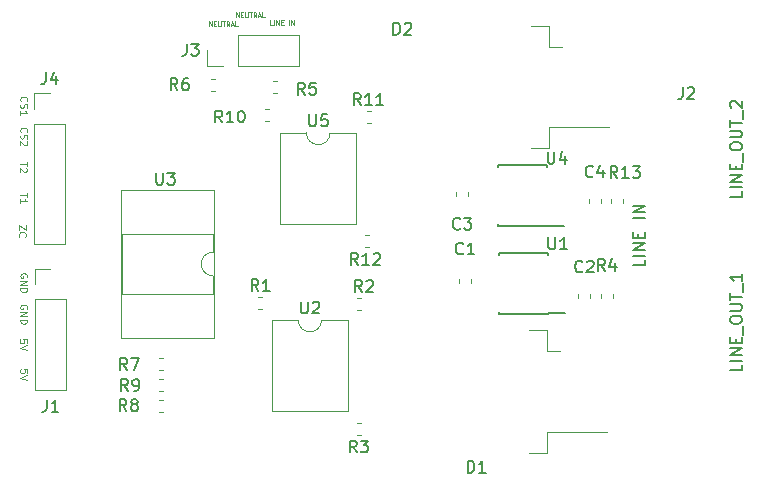
<source format=gbr>
G04 #@! TF.GenerationSoftware,KiCad,Pcbnew,5.0.0+dfsg1-2*
G04 #@! TF.CreationDate,2018-11-18T20:59:02-06:00*
G04 #@! TF.ProjectId,dimmer-2ch,64696D6D65722D3263682E6B69636164,rev?*
G04 #@! TF.SameCoordinates,Original*
G04 #@! TF.FileFunction,Legend,Top*
G04 #@! TF.FilePolarity,Positive*
%FSLAX46Y46*%
G04 Gerber Fmt 4.6, Leading zero omitted, Abs format (unit mm)*
G04 Created by KiCad (PCBNEW 5.0.0+dfsg1-2) date Sun Nov 18 20:59:02 2018*
%MOMM*%
%LPD*%
G01*
G04 APERTURE LIST*
%ADD10C,0.100000*%
%ADD11C,0.200000*%
%ADD12C,0.150000*%
%ADD13C,0.120000*%
G04 APERTURE END LIST*
D10*
X119518071Y-114249214D02*
X119518071Y-113963500D01*
X119232357Y-113934928D01*
X119260928Y-113963500D01*
X119289500Y-114020642D01*
X119289500Y-114163500D01*
X119260928Y-114220642D01*
X119232357Y-114249214D01*
X119175214Y-114277785D01*
X119032357Y-114277785D01*
X118975214Y-114249214D01*
X118946642Y-114220642D01*
X118918071Y-114163500D01*
X118918071Y-114020642D01*
X118946642Y-113963500D01*
X118975214Y-113934928D01*
X119518071Y-114449214D02*
X118918071Y-114649214D01*
X119518071Y-114849214D01*
X119454571Y-111709214D02*
X119454571Y-111423500D01*
X119168857Y-111394928D01*
X119197428Y-111423500D01*
X119226000Y-111480642D01*
X119226000Y-111623500D01*
X119197428Y-111680642D01*
X119168857Y-111709214D01*
X119111714Y-111737785D01*
X118968857Y-111737785D01*
X118911714Y-111709214D01*
X118883142Y-111680642D01*
X118854571Y-111623500D01*
X118854571Y-111480642D01*
X118883142Y-111423500D01*
X118911714Y-111394928D01*
X119454571Y-111909214D02*
X118854571Y-112109214D01*
X119454571Y-112309214D01*
X119489500Y-108826357D02*
X119518071Y-108769214D01*
X119518071Y-108683500D01*
X119489500Y-108597785D01*
X119432357Y-108540642D01*
X119375214Y-108512071D01*
X119260928Y-108483500D01*
X119175214Y-108483500D01*
X119060928Y-108512071D01*
X119003785Y-108540642D01*
X118946642Y-108597785D01*
X118918071Y-108683500D01*
X118918071Y-108740642D01*
X118946642Y-108826357D01*
X118975214Y-108854928D01*
X119175214Y-108854928D01*
X119175214Y-108740642D01*
X118918071Y-109112071D02*
X119518071Y-109112071D01*
X118918071Y-109454928D01*
X119518071Y-109454928D01*
X118918071Y-109740642D02*
X119518071Y-109740642D01*
X119518071Y-109883500D01*
X119489500Y-109969214D01*
X119432357Y-110026357D01*
X119375214Y-110054928D01*
X119260928Y-110083500D01*
X119175214Y-110083500D01*
X119060928Y-110054928D01*
X119003785Y-110026357D01*
X118946642Y-109969214D01*
X118918071Y-109883500D01*
X118918071Y-109740642D01*
X119489500Y-106159357D02*
X119518071Y-106102214D01*
X119518071Y-106016500D01*
X119489500Y-105930785D01*
X119432357Y-105873642D01*
X119375214Y-105845071D01*
X119260928Y-105816500D01*
X119175214Y-105816500D01*
X119060928Y-105845071D01*
X119003785Y-105873642D01*
X118946642Y-105930785D01*
X118918071Y-106016500D01*
X118918071Y-106073642D01*
X118946642Y-106159357D01*
X118975214Y-106187928D01*
X119175214Y-106187928D01*
X119175214Y-106073642D01*
X118918071Y-106445071D02*
X119518071Y-106445071D01*
X118918071Y-106787928D01*
X119518071Y-106787928D01*
X118918071Y-107073642D02*
X119518071Y-107073642D01*
X119518071Y-107216500D01*
X119489500Y-107302214D01*
X119432357Y-107359357D01*
X119375214Y-107387928D01*
X119260928Y-107416500D01*
X119175214Y-107416500D01*
X119060928Y-107387928D01*
X119003785Y-107359357D01*
X118946642Y-107302214D01*
X118918071Y-107216500D01*
X118918071Y-107073642D01*
X119391071Y-101735000D02*
X119391071Y-102135000D01*
X118791071Y-101735000D01*
X118791071Y-102135000D01*
X118848214Y-102706428D02*
X118819642Y-102677857D01*
X118791071Y-102592142D01*
X118791071Y-102535000D01*
X118819642Y-102449285D01*
X118876785Y-102392142D01*
X118933928Y-102363571D01*
X119048214Y-102335000D01*
X119133928Y-102335000D01*
X119248214Y-102363571D01*
X119305357Y-102392142D01*
X119362500Y-102449285D01*
X119391071Y-102535000D01*
X119391071Y-102592142D01*
X119362500Y-102677857D01*
X119333928Y-102706428D01*
X118975214Y-93848285D02*
X118946642Y-93819714D01*
X118918071Y-93734000D01*
X118918071Y-93676857D01*
X118946642Y-93591142D01*
X119003785Y-93534000D01*
X119060928Y-93505428D01*
X119175214Y-93476857D01*
X119260928Y-93476857D01*
X119375214Y-93505428D01*
X119432357Y-93534000D01*
X119489500Y-93591142D01*
X119518071Y-93676857D01*
X119518071Y-93734000D01*
X119489500Y-93819714D01*
X119460928Y-93848285D01*
X118946642Y-94076857D02*
X118918071Y-94162571D01*
X118918071Y-94305428D01*
X118946642Y-94362571D01*
X118975214Y-94391142D01*
X119032357Y-94419714D01*
X119089500Y-94419714D01*
X119146642Y-94391142D01*
X119175214Y-94362571D01*
X119203785Y-94305428D01*
X119232357Y-94191142D01*
X119260928Y-94134000D01*
X119289500Y-94105428D01*
X119346642Y-94076857D01*
X119403785Y-94076857D01*
X119460928Y-94105428D01*
X119489500Y-94134000D01*
X119518071Y-94191142D01*
X119518071Y-94334000D01*
X119489500Y-94419714D01*
X119460928Y-94648285D02*
X119489500Y-94676857D01*
X119518071Y-94734000D01*
X119518071Y-94876857D01*
X119489500Y-94934000D01*
X119460928Y-94962571D01*
X119403785Y-94991142D01*
X119346642Y-94991142D01*
X119260928Y-94962571D01*
X118918071Y-94619714D01*
X118918071Y-94991142D01*
X119454571Y-99047357D02*
X119454571Y-99390214D01*
X118854571Y-99218785D02*
X119454571Y-99218785D01*
X118854571Y-99904500D02*
X118854571Y-99561642D01*
X118854571Y-99733071D02*
X119454571Y-99733071D01*
X119368857Y-99675928D01*
X119311714Y-99618785D01*
X119283142Y-99561642D01*
X119454571Y-96380357D02*
X119454571Y-96723214D01*
X118854571Y-96551785D02*
X119454571Y-96551785D01*
X119397428Y-96894642D02*
X119426000Y-96923214D01*
X119454571Y-96980357D01*
X119454571Y-97123214D01*
X119426000Y-97180357D01*
X119397428Y-97208928D01*
X119340285Y-97237500D01*
X119283142Y-97237500D01*
X119197428Y-97208928D01*
X118854571Y-96866071D01*
X118854571Y-97237500D01*
X118975214Y-91244785D02*
X118946642Y-91216214D01*
X118918071Y-91130500D01*
X118918071Y-91073357D01*
X118946642Y-90987642D01*
X119003785Y-90930500D01*
X119060928Y-90901928D01*
X119175214Y-90873357D01*
X119260928Y-90873357D01*
X119375214Y-90901928D01*
X119432357Y-90930500D01*
X119489500Y-90987642D01*
X119518071Y-91073357D01*
X119518071Y-91130500D01*
X119489500Y-91216214D01*
X119460928Y-91244785D01*
X118946642Y-91473357D02*
X118918071Y-91559071D01*
X118918071Y-91701928D01*
X118946642Y-91759071D01*
X118975214Y-91787642D01*
X119032357Y-91816214D01*
X119089500Y-91816214D01*
X119146642Y-91787642D01*
X119175214Y-91759071D01*
X119203785Y-91701928D01*
X119232357Y-91587642D01*
X119260928Y-91530500D01*
X119289500Y-91501928D01*
X119346642Y-91473357D01*
X119403785Y-91473357D01*
X119460928Y-91501928D01*
X119489500Y-91530500D01*
X119518071Y-91587642D01*
X119518071Y-91730500D01*
X119489500Y-91816214D01*
X118918071Y-92387642D02*
X118918071Y-92044785D01*
X118918071Y-92216214D02*
X119518071Y-92216214D01*
X119432357Y-92159071D01*
X119375214Y-92101928D01*
X119346642Y-92044785D01*
D11*
X180030380Y-98884928D02*
X180030380Y-99361119D01*
X179030380Y-99361119D01*
X180030380Y-98551595D02*
X179030380Y-98551595D01*
X180030380Y-98075404D02*
X179030380Y-98075404D01*
X180030380Y-97503976D01*
X179030380Y-97503976D01*
X179506571Y-97027785D02*
X179506571Y-96694452D01*
X180030380Y-96551595D02*
X180030380Y-97027785D01*
X179030380Y-97027785D01*
X179030380Y-96551595D01*
X180125619Y-96361119D02*
X180125619Y-95599214D01*
X179030380Y-95170642D02*
X179030380Y-94980166D01*
X179078000Y-94884928D01*
X179173238Y-94789690D01*
X179363714Y-94742071D01*
X179697047Y-94742071D01*
X179887523Y-94789690D01*
X179982761Y-94884928D01*
X180030380Y-94980166D01*
X180030380Y-95170642D01*
X179982761Y-95265880D01*
X179887523Y-95361119D01*
X179697047Y-95408738D01*
X179363714Y-95408738D01*
X179173238Y-95361119D01*
X179078000Y-95265880D01*
X179030380Y-95170642D01*
X179030380Y-94313500D02*
X179839904Y-94313500D01*
X179935142Y-94265880D01*
X179982761Y-94218261D01*
X180030380Y-94123023D01*
X180030380Y-93932547D01*
X179982761Y-93837309D01*
X179935142Y-93789690D01*
X179839904Y-93742071D01*
X179030380Y-93742071D01*
X179030380Y-93408738D02*
X179030380Y-92837309D01*
X180030380Y-93123023D02*
X179030380Y-93123023D01*
X180125619Y-92742071D02*
X180125619Y-91980166D01*
X179125619Y-91789690D02*
X179078000Y-91742071D01*
X179030380Y-91646833D01*
X179030380Y-91408738D01*
X179078000Y-91313500D01*
X179125619Y-91265880D01*
X179220857Y-91218261D01*
X179316095Y-91218261D01*
X179458952Y-91265880D01*
X180030380Y-91837309D01*
X180030380Y-91218261D01*
X180030380Y-113553428D02*
X180030380Y-114029619D01*
X179030380Y-114029619D01*
X180030380Y-113220095D02*
X179030380Y-113220095D01*
X180030380Y-112743904D02*
X179030380Y-112743904D01*
X180030380Y-112172476D01*
X179030380Y-112172476D01*
X179506571Y-111696285D02*
X179506571Y-111362952D01*
X180030380Y-111220095D02*
X180030380Y-111696285D01*
X179030380Y-111696285D01*
X179030380Y-111220095D01*
X180125619Y-111029619D02*
X180125619Y-110267714D01*
X179030380Y-109839142D02*
X179030380Y-109648666D01*
X179078000Y-109553428D01*
X179173238Y-109458190D01*
X179363714Y-109410571D01*
X179697047Y-109410571D01*
X179887523Y-109458190D01*
X179982761Y-109553428D01*
X180030380Y-109648666D01*
X180030380Y-109839142D01*
X179982761Y-109934380D01*
X179887523Y-110029619D01*
X179697047Y-110077238D01*
X179363714Y-110077238D01*
X179173238Y-110029619D01*
X179078000Y-109934380D01*
X179030380Y-109839142D01*
X179030380Y-108982000D02*
X179839904Y-108982000D01*
X179935142Y-108934380D01*
X179982761Y-108886761D01*
X180030380Y-108791523D01*
X180030380Y-108601047D01*
X179982761Y-108505809D01*
X179935142Y-108458190D01*
X179839904Y-108410571D01*
X179030380Y-108410571D01*
X179030380Y-108077238D02*
X179030380Y-107505809D01*
X180030380Y-107791523D02*
X179030380Y-107791523D01*
X180125619Y-107410571D02*
X180125619Y-106648666D01*
X180030380Y-105886761D02*
X180030380Y-106458190D01*
X180030380Y-106172476D02*
X179030380Y-106172476D01*
X179173238Y-106267714D01*
X179268476Y-106362952D01*
X179316095Y-106458190D01*
X171775380Y-104663619D02*
X171775380Y-105139809D01*
X170775380Y-105139809D01*
X171775380Y-104330285D02*
X170775380Y-104330285D01*
X171775380Y-103854095D02*
X170775380Y-103854095D01*
X171775380Y-103282666D01*
X170775380Y-103282666D01*
X171251571Y-102806476D02*
X171251571Y-102473142D01*
X171775380Y-102330285D02*
X171775380Y-102806476D01*
X170775380Y-102806476D01*
X170775380Y-102330285D01*
X171775380Y-101139809D02*
X170775380Y-101139809D01*
X171775380Y-100663619D02*
X170775380Y-100663619D01*
X171775380Y-100092190D01*
X170775380Y-100092190D01*
D10*
X140277952Y-84762952D02*
X140087476Y-84762952D01*
X140087476Y-84362952D01*
X140411285Y-84762952D02*
X140411285Y-84362952D01*
X140601761Y-84762952D02*
X140601761Y-84362952D01*
X140830333Y-84762952D01*
X140830333Y-84362952D01*
X141020809Y-84553428D02*
X141154142Y-84553428D01*
X141211285Y-84762952D02*
X141020809Y-84762952D01*
X141020809Y-84362952D01*
X141211285Y-84362952D01*
X141687476Y-84762952D02*
X141687476Y-84362952D01*
X141877952Y-84762952D02*
X141877952Y-84362952D01*
X142106523Y-84762952D01*
X142106523Y-84362952D01*
X137176023Y-84127952D02*
X137176023Y-83727952D01*
X137404595Y-84127952D01*
X137404595Y-83727952D01*
X137595071Y-83918428D02*
X137728404Y-83918428D01*
X137785547Y-84127952D02*
X137595071Y-84127952D01*
X137595071Y-83727952D01*
X137785547Y-83727952D01*
X137956976Y-83727952D02*
X137956976Y-84051761D01*
X137976023Y-84089857D01*
X137995071Y-84108904D01*
X138033166Y-84127952D01*
X138109357Y-84127952D01*
X138147452Y-84108904D01*
X138166500Y-84089857D01*
X138185547Y-84051761D01*
X138185547Y-83727952D01*
X138318880Y-83727952D02*
X138547452Y-83727952D01*
X138433166Y-84127952D02*
X138433166Y-83727952D01*
X138909357Y-84127952D02*
X138776023Y-83937476D01*
X138680785Y-84127952D02*
X138680785Y-83727952D01*
X138833166Y-83727952D01*
X138871261Y-83747000D01*
X138890309Y-83766047D01*
X138909357Y-83804142D01*
X138909357Y-83861285D01*
X138890309Y-83899380D01*
X138871261Y-83918428D01*
X138833166Y-83937476D01*
X138680785Y-83937476D01*
X139061738Y-84013666D02*
X139252214Y-84013666D01*
X139023642Y-84127952D02*
X139156976Y-83727952D01*
X139290309Y-84127952D01*
X139614119Y-84127952D02*
X139423642Y-84127952D01*
X139423642Y-83727952D01*
X134890023Y-84889952D02*
X134890023Y-84489952D01*
X135118595Y-84889952D01*
X135118595Y-84489952D01*
X135309071Y-84680428D02*
X135442404Y-84680428D01*
X135499547Y-84889952D02*
X135309071Y-84889952D01*
X135309071Y-84489952D01*
X135499547Y-84489952D01*
X135670976Y-84489952D02*
X135670976Y-84813761D01*
X135690023Y-84851857D01*
X135709071Y-84870904D01*
X135747166Y-84889952D01*
X135823357Y-84889952D01*
X135861452Y-84870904D01*
X135880500Y-84851857D01*
X135899547Y-84813761D01*
X135899547Y-84489952D01*
X136032880Y-84489952D02*
X136261452Y-84489952D01*
X136147166Y-84889952D02*
X136147166Y-84489952D01*
X136623357Y-84889952D02*
X136490023Y-84699476D01*
X136394785Y-84889952D02*
X136394785Y-84489952D01*
X136547166Y-84489952D01*
X136585261Y-84509000D01*
X136604309Y-84528047D01*
X136623357Y-84566142D01*
X136623357Y-84623285D01*
X136604309Y-84661380D01*
X136585261Y-84680428D01*
X136547166Y-84699476D01*
X136394785Y-84699476D01*
X136775738Y-84775666D02*
X136966214Y-84775666D01*
X136737642Y-84889952D02*
X136870976Y-84489952D01*
X137004309Y-84889952D01*
X137328119Y-84889952D02*
X137137642Y-84889952D01*
X137137642Y-84489952D01*
D12*
G04 #@! TO.C,U4*
X163555500Y-101775500D02*
X164955500Y-101775500D01*
X163555500Y-96675500D02*
X159405500Y-96675500D01*
X163555500Y-101825500D02*
X159405500Y-101825500D01*
X163555500Y-96675500D02*
X163555500Y-96820500D01*
X159405500Y-96675500D02*
X159405500Y-96820500D01*
X159405500Y-101825500D02*
X159405500Y-101680500D01*
X163555500Y-101825500D02*
X163555500Y-101775500D01*
D13*
G04 #@! TO.C,D2*
X163668500Y-86653000D02*
X164768500Y-86653000D01*
X163668500Y-84843000D02*
X163668500Y-86653000D01*
X162168500Y-84843000D02*
X163668500Y-84843000D01*
X163668500Y-93433000D02*
X168793500Y-93433000D01*
X163668500Y-95243000D02*
X163668500Y-93433000D01*
X162168500Y-95243000D02*
X163668500Y-95243000D01*
D12*
G04 #@! TO.C,U1*
X163619000Y-109205000D02*
X165019000Y-109205000D01*
X163619000Y-104105000D02*
X159469000Y-104105000D01*
X163619000Y-109255000D02*
X159469000Y-109255000D01*
X163619000Y-104105000D02*
X163619000Y-104250000D01*
X159469000Y-104105000D02*
X159469000Y-104250000D01*
X159469000Y-109255000D02*
X159469000Y-109110000D01*
X163619000Y-109255000D02*
X163619000Y-109205000D01*
D13*
G04 #@! TO.C,U3*
X135311500Y-111264000D02*
X135311500Y-98794000D01*
X127451500Y-111264000D02*
X135311500Y-111264000D01*
X127451500Y-98794000D02*
X127451500Y-111264000D01*
X135311500Y-98794000D02*
X127451500Y-98794000D01*
X135251500Y-107564000D02*
X135251500Y-106029000D01*
X127511500Y-107564000D02*
X135251500Y-107564000D01*
X127511500Y-102494000D02*
X127511500Y-107564000D01*
X135251500Y-102494000D02*
X127511500Y-102494000D01*
X135251500Y-104029000D02*
X135251500Y-102494000D01*
X135251500Y-106029000D02*
G75*
G02X135251500Y-104029000I0J1000000D01*
G01*
G04 #@! TO.C,C4*
X167066500Y-99537733D02*
X167066500Y-99880267D01*
X168086500Y-99537733D02*
X168086500Y-99880267D01*
G04 #@! TO.C,C3*
X156847000Y-99245267D02*
X156847000Y-98902733D01*
X155827000Y-99245267D02*
X155827000Y-98902733D01*
G04 #@! TO.C,C2*
X166114000Y-107588233D02*
X166114000Y-107930767D01*
X167134000Y-107588233D02*
X167134000Y-107930767D01*
G04 #@! TO.C,C1*
X157101000Y-106660767D02*
X157101000Y-106318233D01*
X156081000Y-106660767D02*
X156081000Y-106318233D01*
G04 #@! TO.C,R13*
X169991500Y-99880267D02*
X169991500Y-99537733D01*
X168971500Y-99880267D02*
X168971500Y-99537733D01*
G04 #@! TO.C,R11*
X148620267Y-92073000D02*
X148277733Y-92073000D01*
X148620267Y-93093000D02*
X148277733Y-93093000D01*
G04 #@! TO.C,R9*
X130702233Y-115826000D02*
X131044767Y-115826000D01*
X130702233Y-114806000D02*
X131044767Y-114806000D01*
G04 #@! TO.C,R8*
X131044767Y-116584000D02*
X130702233Y-116584000D01*
X131044767Y-117604000D02*
X130702233Y-117604000D01*
G04 #@! TO.C,R7*
X131044767Y-112964500D02*
X130702233Y-112964500D01*
X131044767Y-113984500D02*
X130702233Y-113984500D01*
G04 #@! TO.C,R6*
X135034233Y-90426000D02*
X135376767Y-90426000D01*
X135034233Y-89406000D02*
X135376767Y-89406000D01*
G04 #@! TO.C,R5*
X140290733Y-90553000D02*
X140633267Y-90553000D01*
X140290733Y-89533000D02*
X140633267Y-89533000D01*
G04 #@! TO.C,R4*
X169102500Y-107930767D02*
X169102500Y-107588233D01*
X168082500Y-107930767D02*
X168082500Y-107588233D01*
G04 #@! TO.C,R2*
X147808767Y-107948000D02*
X147466233Y-107948000D01*
X147808767Y-108968000D02*
X147466233Y-108968000D01*
G04 #@! TO.C,U5*
X147377500Y-93920000D02*
X145142500Y-93920000D01*
X147377500Y-101660000D02*
X147377500Y-93920000D01*
X140907500Y-101660000D02*
X147377500Y-101660000D01*
X140907500Y-93920000D02*
X140907500Y-101660000D01*
X143142500Y-93920000D02*
X140907500Y-93920000D01*
X145142500Y-93920000D02*
G75*
G02X143142500Y-93920000I-1000000J0D01*
G01*
G04 #@! TO.C,U2*
X146677000Y-109758000D02*
X144442000Y-109758000D01*
X146677000Y-117498000D02*
X146677000Y-109758000D01*
X140207000Y-117498000D02*
X146677000Y-117498000D01*
X140207000Y-109758000D02*
X140207000Y-117498000D01*
X142442000Y-109758000D02*
X140207000Y-109758000D01*
X144442000Y-109758000D02*
G75*
G02X142442000Y-109758000I-1000000J0D01*
G01*
G04 #@! TO.C,R12*
X148443767Y-102614000D02*
X148101233Y-102614000D01*
X148443767Y-103634000D02*
X148101233Y-103634000D01*
G04 #@! TO.C,R10*
X139998267Y-91946000D02*
X139655733Y-91946000D01*
X139998267Y-92966000D02*
X139655733Y-92966000D01*
G04 #@! TO.C,R3*
X147745267Y-118489000D02*
X147402733Y-118489000D01*
X147745267Y-119509000D02*
X147402733Y-119509000D01*
G04 #@! TO.C,R1*
X139426767Y-107821000D02*
X139084233Y-107821000D01*
X139426767Y-108841000D02*
X139084233Y-108841000D01*
G04 #@! TO.C,D1*
X163478000Y-112434000D02*
X164578000Y-112434000D01*
X163478000Y-110624000D02*
X163478000Y-112434000D01*
X161978000Y-110624000D02*
X163478000Y-110624000D01*
X163478000Y-119214000D02*
X168603000Y-119214000D01*
X163478000Y-121024000D02*
X163478000Y-119214000D01*
X161978000Y-121024000D02*
X163478000Y-121024000D01*
G04 #@! TO.C,J3*
X142490500Y-88261500D02*
X142490500Y-85601500D01*
X137350500Y-88261500D02*
X142490500Y-88261500D01*
X137350500Y-85601500D02*
X142490500Y-85601500D01*
X137350500Y-88261500D02*
X137350500Y-85601500D01*
X136080500Y-88261500D02*
X134750500Y-88261500D01*
X134750500Y-88261500D02*
X134750500Y-86931500D01*
G04 #@! TO.C,J1*
X120145500Y-115693500D02*
X122805500Y-115693500D01*
X120145500Y-108013500D02*
X120145500Y-115693500D01*
X122805500Y-108013500D02*
X122805500Y-115693500D01*
X120145500Y-108013500D02*
X122805500Y-108013500D01*
X120145500Y-106743500D02*
X120145500Y-105413500D01*
X120145500Y-105413500D02*
X121475500Y-105413500D01*
G04 #@! TO.C,J4*
X120082000Y-103374500D02*
X122742000Y-103374500D01*
X120082000Y-93154500D02*
X120082000Y-103374500D01*
X122742000Y-93154500D02*
X122742000Y-103374500D01*
X120082000Y-93154500D02*
X122742000Y-93154500D01*
X120082000Y-91884500D02*
X120082000Y-90554500D01*
X120082000Y-90554500D02*
X121412000Y-90554500D01*
G04 #@! TO.C,U4*
D12*
X163576095Y-95527880D02*
X163576095Y-96337404D01*
X163623714Y-96432642D01*
X163671333Y-96480261D01*
X163766571Y-96527880D01*
X163957047Y-96527880D01*
X164052285Y-96480261D01*
X164099904Y-96432642D01*
X164147523Y-96337404D01*
X164147523Y-95527880D01*
X165052285Y-95861214D02*
X165052285Y-96527880D01*
X164814190Y-95480261D02*
X164576095Y-96194547D01*
X165195142Y-96194547D01*
G04 #@! TO.C,D2*
X150518904Y-85605880D02*
X150518904Y-84605880D01*
X150757000Y-84605880D01*
X150899857Y-84653500D01*
X150995095Y-84748738D01*
X151042714Y-84843976D01*
X151090333Y-85034452D01*
X151090333Y-85177309D01*
X151042714Y-85367785D01*
X150995095Y-85463023D01*
X150899857Y-85558261D01*
X150757000Y-85605880D01*
X150518904Y-85605880D01*
X151471285Y-84701119D02*
X151518904Y-84653500D01*
X151614142Y-84605880D01*
X151852238Y-84605880D01*
X151947476Y-84653500D01*
X151995095Y-84701119D01*
X152042714Y-84796357D01*
X152042714Y-84891595D01*
X151995095Y-85034452D01*
X151423666Y-85605880D01*
X152042714Y-85605880D01*
G04 #@! TO.C,U1*
X163639595Y-102766880D02*
X163639595Y-103576404D01*
X163687214Y-103671642D01*
X163734833Y-103719261D01*
X163830071Y-103766880D01*
X164020547Y-103766880D01*
X164115785Y-103719261D01*
X164163404Y-103671642D01*
X164211023Y-103576404D01*
X164211023Y-102766880D01*
X165211023Y-103766880D02*
X164639595Y-103766880D01*
X164925309Y-103766880D02*
X164925309Y-102766880D01*
X164830071Y-102909738D01*
X164734833Y-103004976D01*
X164639595Y-103052595D01*
G04 #@! TO.C,J2*
X174990166Y-90066880D02*
X174990166Y-90781166D01*
X174942547Y-90924023D01*
X174847309Y-91019261D01*
X174704452Y-91066880D01*
X174609214Y-91066880D01*
X175418738Y-90162119D02*
X175466357Y-90114500D01*
X175561595Y-90066880D01*
X175799690Y-90066880D01*
X175894928Y-90114500D01*
X175942547Y-90162119D01*
X175990166Y-90257357D01*
X175990166Y-90352595D01*
X175942547Y-90495452D01*
X175371119Y-91066880D01*
X175990166Y-91066880D01*
G04 #@! TO.C,U3*
X130429095Y-97305880D02*
X130429095Y-98115404D01*
X130476714Y-98210642D01*
X130524333Y-98258261D01*
X130619571Y-98305880D01*
X130810047Y-98305880D01*
X130905285Y-98258261D01*
X130952904Y-98210642D01*
X131000523Y-98115404D01*
X131000523Y-97305880D01*
X131381476Y-97305880D02*
X132000523Y-97305880D01*
X131667190Y-97686833D01*
X131810047Y-97686833D01*
X131905285Y-97734452D01*
X131952904Y-97782071D01*
X132000523Y-97877309D01*
X132000523Y-98115404D01*
X131952904Y-98210642D01*
X131905285Y-98258261D01*
X131810047Y-98305880D01*
X131524333Y-98305880D01*
X131429095Y-98258261D01*
X131381476Y-98210642D01*
G04 #@! TO.C,C4*
X167409833Y-97603642D02*
X167362214Y-97651261D01*
X167219357Y-97698880D01*
X167124119Y-97698880D01*
X166981261Y-97651261D01*
X166886023Y-97556023D01*
X166838404Y-97460785D01*
X166790785Y-97270309D01*
X166790785Y-97127452D01*
X166838404Y-96936976D01*
X166886023Y-96841738D01*
X166981261Y-96746500D01*
X167124119Y-96698880D01*
X167219357Y-96698880D01*
X167362214Y-96746500D01*
X167409833Y-96794119D01*
X168266976Y-97032214D02*
X168266976Y-97698880D01*
X168028880Y-96651261D02*
X167790785Y-97365547D01*
X168409833Y-97365547D01*
G04 #@! TO.C,C3*
X156170333Y-102020642D02*
X156122714Y-102068261D01*
X155979857Y-102115880D01*
X155884619Y-102115880D01*
X155741761Y-102068261D01*
X155646523Y-101973023D01*
X155598904Y-101877785D01*
X155551285Y-101687309D01*
X155551285Y-101544452D01*
X155598904Y-101353976D01*
X155646523Y-101258738D01*
X155741761Y-101163500D01*
X155884619Y-101115880D01*
X155979857Y-101115880D01*
X156122714Y-101163500D01*
X156170333Y-101211119D01*
X156503666Y-101115880D02*
X157122714Y-101115880D01*
X156789380Y-101496833D01*
X156932238Y-101496833D01*
X157027476Y-101544452D01*
X157075095Y-101592071D01*
X157122714Y-101687309D01*
X157122714Y-101925404D01*
X157075095Y-102020642D01*
X157027476Y-102068261D01*
X156932238Y-102115880D01*
X156646523Y-102115880D01*
X156551285Y-102068261D01*
X156503666Y-102020642D01*
G04 #@! TO.C,C2*
X166520833Y-105640142D02*
X166473214Y-105687761D01*
X166330357Y-105735380D01*
X166235119Y-105735380D01*
X166092261Y-105687761D01*
X165997023Y-105592523D01*
X165949404Y-105497285D01*
X165901785Y-105306809D01*
X165901785Y-105163952D01*
X165949404Y-104973476D01*
X165997023Y-104878238D01*
X166092261Y-104783000D01*
X166235119Y-104735380D01*
X166330357Y-104735380D01*
X166473214Y-104783000D01*
X166520833Y-104830619D01*
X166901785Y-104830619D02*
X166949404Y-104783000D01*
X167044642Y-104735380D01*
X167282738Y-104735380D01*
X167377976Y-104783000D01*
X167425595Y-104830619D01*
X167473214Y-104925857D01*
X167473214Y-105021095D01*
X167425595Y-105163952D01*
X166854166Y-105735380D01*
X167473214Y-105735380D01*
G04 #@! TO.C,C1*
X156424333Y-104116142D02*
X156376714Y-104163761D01*
X156233857Y-104211380D01*
X156138619Y-104211380D01*
X155995761Y-104163761D01*
X155900523Y-104068523D01*
X155852904Y-103973285D01*
X155805285Y-103782809D01*
X155805285Y-103639952D01*
X155852904Y-103449476D01*
X155900523Y-103354238D01*
X155995761Y-103259000D01*
X156138619Y-103211380D01*
X156233857Y-103211380D01*
X156376714Y-103259000D01*
X156424333Y-103306619D01*
X157376714Y-104211380D02*
X156805285Y-104211380D01*
X157091000Y-104211380D02*
X157091000Y-103211380D01*
X156995761Y-103354238D01*
X156900523Y-103449476D01*
X156805285Y-103497095D01*
G04 #@! TO.C,R13*
X169473642Y-97734380D02*
X169140309Y-97258190D01*
X168902214Y-97734380D02*
X168902214Y-96734380D01*
X169283166Y-96734380D01*
X169378404Y-96782000D01*
X169426023Y-96829619D01*
X169473642Y-96924857D01*
X169473642Y-97067714D01*
X169426023Y-97162952D01*
X169378404Y-97210571D01*
X169283166Y-97258190D01*
X168902214Y-97258190D01*
X170426023Y-97734380D02*
X169854595Y-97734380D01*
X170140309Y-97734380D02*
X170140309Y-96734380D01*
X170045071Y-96877238D01*
X169949833Y-96972476D01*
X169854595Y-97020095D01*
X170759357Y-96734380D02*
X171378404Y-96734380D01*
X171045071Y-97115333D01*
X171187928Y-97115333D01*
X171283166Y-97162952D01*
X171330785Y-97210571D01*
X171378404Y-97305809D01*
X171378404Y-97543904D01*
X171330785Y-97639142D01*
X171283166Y-97686761D01*
X171187928Y-97734380D01*
X170902214Y-97734380D01*
X170806976Y-97686761D01*
X170759357Y-97639142D01*
G04 #@! TO.C,R11*
X147742642Y-91574880D02*
X147409309Y-91098690D01*
X147171214Y-91574880D02*
X147171214Y-90574880D01*
X147552166Y-90574880D01*
X147647404Y-90622500D01*
X147695023Y-90670119D01*
X147742642Y-90765357D01*
X147742642Y-90908214D01*
X147695023Y-91003452D01*
X147647404Y-91051071D01*
X147552166Y-91098690D01*
X147171214Y-91098690D01*
X148695023Y-91574880D02*
X148123595Y-91574880D01*
X148409309Y-91574880D02*
X148409309Y-90574880D01*
X148314071Y-90717738D01*
X148218833Y-90812976D01*
X148123595Y-90860595D01*
X149647404Y-91574880D02*
X149075976Y-91574880D01*
X149361690Y-91574880D02*
X149361690Y-90574880D01*
X149266452Y-90717738D01*
X149171214Y-90812976D01*
X149075976Y-90860595D01*
G04 #@! TO.C,R9*
X128039833Y-115768380D02*
X127706500Y-115292190D01*
X127468404Y-115768380D02*
X127468404Y-114768380D01*
X127849357Y-114768380D01*
X127944595Y-114816000D01*
X127992214Y-114863619D01*
X128039833Y-114958857D01*
X128039833Y-115101714D01*
X127992214Y-115196952D01*
X127944595Y-115244571D01*
X127849357Y-115292190D01*
X127468404Y-115292190D01*
X128516023Y-115768380D02*
X128706500Y-115768380D01*
X128801738Y-115720761D01*
X128849357Y-115673142D01*
X128944595Y-115530285D01*
X128992214Y-115339809D01*
X128992214Y-114958857D01*
X128944595Y-114863619D01*
X128896976Y-114816000D01*
X128801738Y-114768380D01*
X128611261Y-114768380D01*
X128516023Y-114816000D01*
X128468404Y-114863619D01*
X128420785Y-114958857D01*
X128420785Y-115196952D01*
X128468404Y-115292190D01*
X128516023Y-115339809D01*
X128611261Y-115387428D01*
X128801738Y-115387428D01*
X128896976Y-115339809D01*
X128944595Y-115292190D01*
X128992214Y-115196952D01*
G04 #@! TO.C,R8*
X127912833Y-117482880D02*
X127579500Y-117006690D01*
X127341404Y-117482880D02*
X127341404Y-116482880D01*
X127722357Y-116482880D01*
X127817595Y-116530500D01*
X127865214Y-116578119D01*
X127912833Y-116673357D01*
X127912833Y-116816214D01*
X127865214Y-116911452D01*
X127817595Y-116959071D01*
X127722357Y-117006690D01*
X127341404Y-117006690D01*
X128484261Y-116911452D02*
X128389023Y-116863833D01*
X128341404Y-116816214D01*
X128293785Y-116720976D01*
X128293785Y-116673357D01*
X128341404Y-116578119D01*
X128389023Y-116530500D01*
X128484261Y-116482880D01*
X128674738Y-116482880D01*
X128769976Y-116530500D01*
X128817595Y-116578119D01*
X128865214Y-116673357D01*
X128865214Y-116720976D01*
X128817595Y-116816214D01*
X128769976Y-116863833D01*
X128674738Y-116911452D01*
X128484261Y-116911452D01*
X128389023Y-116959071D01*
X128341404Y-117006690D01*
X128293785Y-117101928D01*
X128293785Y-117292404D01*
X128341404Y-117387642D01*
X128389023Y-117435261D01*
X128484261Y-117482880D01*
X128674738Y-117482880D01*
X128769976Y-117435261D01*
X128817595Y-117387642D01*
X128865214Y-117292404D01*
X128865214Y-117101928D01*
X128817595Y-117006690D01*
X128769976Y-116959071D01*
X128674738Y-116911452D01*
G04 #@! TO.C,R7*
X127976333Y-113990380D02*
X127643000Y-113514190D01*
X127404904Y-113990380D02*
X127404904Y-112990380D01*
X127785857Y-112990380D01*
X127881095Y-113038000D01*
X127928714Y-113085619D01*
X127976333Y-113180857D01*
X127976333Y-113323714D01*
X127928714Y-113418952D01*
X127881095Y-113466571D01*
X127785857Y-113514190D01*
X127404904Y-113514190D01*
X128309666Y-112990380D02*
X128976333Y-112990380D01*
X128547761Y-113990380D01*
G04 #@! TO.C,R6*
X132230833Y-90304880D02*
X131897500Y-89828690D01*
X131659404Y-90304880D02*
X131659404Y-89304880D01*
X132040357Y-89304880D01*
X132135595Y-89352500D01*
X132183214Y-89400119D01*
X132230833Y-89495357D01*
X132230833Y-89638214D01*
X132183214Y-89733452D01*
X132135595Y-89781071D01*
X132040357Y-89828690D01*
X131659404Y-89828690D01*
X133087976Y-89304880D02*
X132897500Y-89304880D01*
X132802261Y-89352500D01*
X132754642Y-89400119D01*
X132659404Y-89542976D01*
X132611785Y-89733452D01*
X132611785Y-90114404D01*
X132659404Y-90209642D01*
X132707023Y-90257261D01*
X132802261Y-90304880D01*
X132992738Y-90304880D01*
X133087976Y-90257261D01*
X133135595Y-90209642D01*
X133183214Y-90114404D01*
X133183214Y-89876309D01*
X133135595Y-89781071D01*
X133087976Y-89733452D01*
X132992738Y-89685833D01*
X132802261Y-89685833D01*
X132707023Y-89733452D01*
X132659404Y-89781071D01*
X132611785Y-89876309D01*
G04 #@! TO.C,R5*
X143025833Y-90685880D02*
X142692500Y-90209690D01*
X142454404Y-90685880D02*
X142454404Y-89685880D01*
X142835357Y-89685880D01*
X142930595Y-89733500D01*
X142978214Y-89781119D01*
X143025833Y-89876357D01*
X143025833Y-90019214D01*
X142978214Y-90114452D01*
X142930595Y-90162071D01*
X142835357Y-90209690D01*
X142454404Y-90209690D01*
X143930595Y-89685880D02*
X143454404Y-89685880D01*
X143406785Y-90162071D01*
X143454404Y-90114452D01*
X143549642Y-90066833D01*
X143787738Y-90066833D01*
X143882976Y-90114452D01*
X143930595Y-90162071D01*
X143978214Y-90257309D01*
X143978214Y-90495404D01*
X143930595Y-90590642D01*
X143882976Y-90638261D01*
X143787738Y-90685880D01*
X143549642Y-90685880D01*
X143454404Y-90638261D01*
X143406785Y-90590642D01*
G04 #@! TO.C,R4*
X168425833Y-105608380D02*
X168092500Y-105132190D01*
X167854404Y-105608380D02*
X167854404Y-104608380D01*
X168235357Y-104608380D01*
X168330595Y-104656000D01*
X168378214Y-104703619D01*
X168425833Y-104798857D01*
X168425833Y-104941714D01*
X168378214Y-105036952D01*
X168330595Y-105084571D01*
X168235357Y-105132190D01*
X167854404Y-105132190D01*
X169282976Y-104941714D02*
X169282976Y-105608380D01*
X169044880Y-104560761D02*
X168806785Y-105275047D01*
X169425833Y-105275047D01*
G04 #@! TO.C,R2*
X147851833Y-107386380D02*
X147518500Y-106910190D01*
X147280404Y-107386380D02*
X147280404Y-106386380D01*
X147661357Y-106386380D01*
X147756595Y-106434000D01*
X147804214Y-106481619D01*
X147851833Y-106576857D01*
X147851833Y-106719714D01*
X147804214Y-106814952D01*
X147756595Y-106862571D01*
X147661357Y-106910190D01*
X147280404Y-106910190D01*
X148232785Y-106481619D02*
X148280404Y-106434000D01*
X148375642Y-106386380D01*
X148613738Y-106386380D01*
X148708976Y-106434000D01*
X148756595Y-106481619D01*
X148804214Y-106576857D01*
X148804214Y-106672095D01*
X148756595Y-106814952D01*
X148185166Y-107386380D01*
X148804214Y-107386380D01*
G04 #@! TO.C,U5*
X143380595Y-92372380D02*
X143380595Y-93181904D01*
X143428214Y-93277142D01*
X143475833Y-93324761D01*
X143571071Y-93372380D01*
X143761547Y-93372380D01*
X143856785Y-93324761D01*
X143904404Y-93277142D01*
X143952023Y-93181904D01*
X143952023Y-92372380D01*
X144904404Y-92372380D02*
X144428214Y-92372380D01*
X144380595Y-92848571D01*
X144428214Y-92800952D01*
X144523452Y-92753333D01*
X144761547Y-92753333D01*
X144856785Y-92800952D01*
X144904404Y-92848571D01*
X144952023Y-92943809D01*
X144952023Y-93181904D01*
X144904404Y-93277142D01*
X144856785Y-93324761D01*
X144761547Y-93372380D01*
X144523452Y-93372380D01*
X144428214Y-93324761D01*
X144380595Y-93277142D01*
G04 #@! TO.C,U2*
X142680095Y-108210380D02*
X142680095Y-109019904D01*
X142727714Y-109115142D01*
X142775333Y-109162761D01*
X142870571Y-109210380D01*
X143061047Y-109210380D01*
X143156285Y-109162761D01*
X143203904Y-109115142D01*
X143251523Y-109019904D01*
X143251523Y-108210380D01*
X143680095Y-108305619D02*
X143727714Y-108258000D01*
X143822952Y-108210380D01*
X144061047Y-108210380D01*
X144156285Y-108258000D01*
X144203904Y-108305619D01*
X144251523Y-108400857D01*
X144251523Y-108496095D01*
X144203904Y-108638952D01*
X143632476Y-109210380D01*
X144251523Y-109210380D01*
G04 #@! TO.C,R12*
X147502642Y-105100380D02*
X147169309Y-104624190D01*
X146931214Y-105100380D02*
X146931214Y-104100380D01*
X147312166Y-104100380D01*
X147407404Y-104148000D01*
X147455023Y-104195619D01*
X147502642Y-104290857D01*
X147502642Y-104433714D01*
X147455023Y-104528952D01*
X147407404Y-104576571D01*
X147312166Y-104624190D01*
X146931214Y-104624190D01*
X148455023Y-105100380D02*
X147883595Y-105100380D01*
X148169309Y-105100380D02*
X148169309Y-104100380D01*
X148074071Y-104243238D01*
X147978833Y-104338476D01*
X147883595Y-104386095D01*
X148835976Y-104195619D02*
X148883595Y-104148000D01*
X148978833Y-104100380D01*
X149216928Y-104100380D01*
X149312166Y-104148000D01*
X149359785Y-104195619D01*
X149407404Y-104290857D01*
X149407404Y-104386095D01*
X149359785Y-104528952D01*
X148788357Y-105100380D01*
X149407404Y-105100380D01*
G04 #@! TO.C,R10*
X136009142Y-93035380D02*
X135675809Y-92559190D01*
X135437714Y-93035380D02*
X135437714Y-92035380D01*
X135818666Y-92035380D01*
X135913904Y-92083000D01*
X135961523Y-92130619D01*
X136009142Y-92225857D01*
X136009142Y-92368714D01*
X135961523Y-92463952D01*
X135913904Y-92511571D01*
X135818666Y-92559190D01*
X135437714Y-92559190D01*
X136961523Y-93035380D02*
X136390095Y-93035380D01*
X136675809Y-93035380D02*
X136675809Y-92035380D01*
X136580571Y-92178238D01*
X136485333Y-92273476D01*
X136390095Y-92321095D01*
X137580571Y-92035380D02*
X137675809Y-92035380D01*
X137771047Y-92083000D01*
X137818666Y-92130619D01*
X137866285Y-92225857D01*
X137913904Y-92416333D01*
X137913904Y-92654428D01*
X137866285Y-92844904D01*
X137818666Y-92940142D01*
X137771047Y-92987761D01*
X137675809Y-93035380D01*
X137580571Y-93035380D01*
X137485333Y-92987761D01*
X137437714Y-92940142D01*
X137390095Y-92844904D01*
X137342476Y-92654428D01*
X137342476Y-92416333D01*
X137390095Y-92225857D01*
X137437714Y-92130619D01*
X137485333Y-92083000D01*
X137580571Y-92035380D01*
G04 #@! TO.C,R3*
X147407333Y-120975380D02*
X147074000Y-120499190D01*
X146835904Y-120975380D02*
X146835904Y-119975380D01*
X147216857Y-119975380D01*
X147312095Y-120023000D01*
X147359714Y-120070619D01*
X147407333Y-120165857D01*
X147407333Y-120308714D01*
X147359714Y-120403952D01*
X147312095Y-120451571D01*
X147216857Y-120499190D01*
X146835904Y-120499190D01*
X147740666Y-119975380D02*
X148359714Y-119975380D01*
X148026380Y-120356333D01*
X148169238Y-120356333D01*
X148264476Y-120403952D01*
X148312095Y-120451571D01*
X148359714Y-120546809D01*
X148359714Y-120784904D01*
X148312095Y-120880142D01*
X148264476Y-120927761D01*
X148169238Y-120975380D01*
X147883523Y-120975380D01*
X147788285Y-120927761D01*
X147740666Y-120880142D01*
G04 #@! TO.C,R1*
X139088833Y-107322880D02*
X138755500Y-106846690D01*
X138517404Y-107322880D02*
X138517404Y-106322880D01*
X138898357Y-106322880D01*
X138993595Y-106370500D01*
X139041214Y-106418119D01*
X139088833Y-106513357D01*
X139088833Y-106656214D01*
X139041214Y-106751452D01*
X138993595Y-106799071D01*
X138898357Y-106846690D01*
X138517404Y-106846690D01*
X140041214Y-107322880D02*
X139469785Y-107322880D01*
X139755500Y-107322880D02*
X139755500Y-106322880D01*
X139660261Y-106465738D01*
X139565023Y-106560976D01*
X139469785Y-106608595D01*
G04 #@! TO.C,D1*
X156805404Y-122689880D02*
X156805404Y-121689880D01*
X157043500Y-121689880D01*
X157186357Y-121737500D01*
X157281595Y-121832738D01*
X157329214Y-121927976D01*
X157376833Y-122118452D01*
X157376833Y-122261309D01*
X157329214Y-122451785D01*
X157281595Y-122547023D01*
X157186357Y-122642261D01*
X157043500Y-122689880D01*
X156805404Y-122689880D01*
X158329214Y-122689880D02*
X157757785Y-122689880D01*
X158043500Y-122689880D02*
X158043500Y-121689880D01*
X157948261Y-121832738D01*
X157853023Y-121927976D01*
X157757785Y-121975595D01*
G04 #@! TO.C,J3*
X133016666Y-86383880D02*
X133016666Y-87098166D01*
X132969047Y-87241023D01*
X132873809Y-87336261D01*
X132730952Y-87383880D01*
X132635714Y-87383880D01*
X133397619Y-86383880D02*
X134016666Y-86383880D01*
X133683333Y-86764833D01*
X133826190Y-86764833D01*
X133921428Y-86812452D01*
X133969047Y-86860071D01*
X134016666Y-86955309D01*
X134016666Y-87193404D01*
X133969047Y-87288642D01*
X133921428Y-87336261D01*
X133826190Y-87383880D01*
X133540476Y-87383880D01*
X133445238Y-87336261D01*
X133397619Y-87288642D01*
G04 #@! TO.C,J1*
X121142166Y-116546380D02*
X121142166Y-117260666D01*
X121094547Y-117403523D01*
X120999309Y-117498761D01*
X120856452Y-117546380D01*
X120761214Y-117546380D01*
X122142166Y-117546380D02*
X121570738Y-117546380D01*
X121856452Y-117546380D02*
X121856452Y-116546380D01*
X121761214Y-116689238D01*
X121665976Y-116784476D01*
X121570738Y-116832095D01*
G04 #@! TO.C,J4*
X121078666Y-88796880D02*
X121078666Y-89511166D01*
X121031047Y-89654023D01*
X120935809Y-89749261D01*
X120792952Y-89796880D01*
X120697714Y-89796880D01*
X121983428Y-89130214D02*
X121983428Y-89796880D01*
X121745333Y-88749261D02*
X121507238Y-89463547D01*
X122126285Y-89463547D01*
G04 #@! TD*
M02*

</source>
